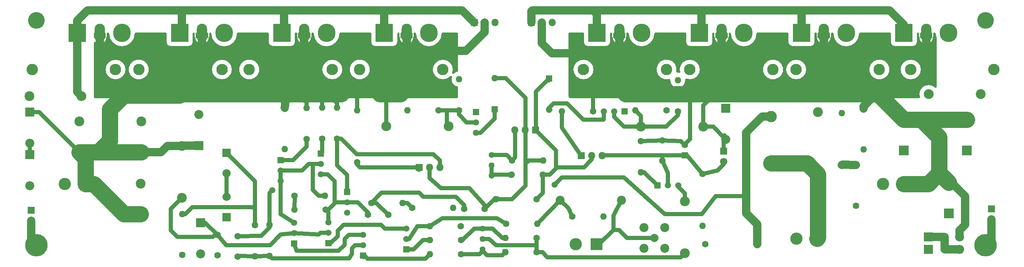
<source format=gbr>
G04 #@! TF.FileFunction,Copper,L2,Bot,Signal*
%FSLAX46Y46*%
G04 Gerber Fmt 4.6, Leading zero omitted, Abs format (unit mm)*
G04 Created by KiCad (PCBNEW 4.0.7) date 10/13/20 15:54:45*
%MOMM*%
%LPD*%
G01*
G04 APERTURE LIST*
%ADD10C,0.100000*%
%ADD11R,2.400000X2.400000*%
%ADD12C,2.400000*%
%ADD13C,2.200000*%
%ADD14C,2.000000*%
%ADD15R,1.600000X1.600000*%
%ADD16C,1.600000*%
%ADD17C,1.520000*%
%ADD18R,1.520000X1.520000*%
%ADD19O,1.600000X1.600000*%
%ADD20R,2.000000X2.000000*%
%ADD21R,2.200000X2.200000*%
%ADD22O,2.200000X2.200000*%
%ADD23R,1.800000X1.800000*%
%ADD24C,1.800000*%
%ADD25C,1.440000*%
%ADD26O,2.400000X2.400000*%
%ADD27R,4.300000X4.500000*%
%ADD28O,2.500000X4.500000*%
%ADD29O,4.300000X4.500000*%
%ADD30C,2.800000*%
%ADD31O,2.800000X2.800000*%
%ADD32R,3.000000X3.000000*%
%ADD33C,3.000000*%
%ADD34C,5.500000*%
%ADD35C,4.064000*%
%ADD36O,1.800000X1.800000*%
%ADD37R,1.700000X1.700000*%
%ADD38O,1.700000X1.700000*%
%ADD39C,1.500000*%
%ADD40C,1.000000*%
%ADD41C,0.500000*%
%ADD42C,2.000000*%
%ADD43C,4.000000*%
G04 APERTURE END LIST*
D10*
D11*
X55600000Y-79250000D03*
D12*
X55600000Y-71750000D03*
D13*
X178460000Y-102790000D03*
X178460000Y-97710000D03*
X183540000Y-97710000D03*
X183540000Y-102790000D03*
D14*
X181000000Y-100250000D03*
D15*
X188500000Y-80000000D03*
D16*
X188500000Y-77500000D03*
D17*
X120400000Y-100460000D03*
X120400000Y-97920000D03*
D18*
X120400000Y-103000000D03*
D17*
X89650000Y-83730000D03*
X89650000Y-86270000D03*
D18*
X89650000Y-81190000D03*
D16*
X184000000Y-69000000D03*
D19*
X176380000Y-69000000D03*
D16*
X133690000Y-97400000D03*
D19*
X126190000Y-97400000D03*
D16*
X93040000Y-89940000D03*
D19*
X100540000Y-89940000D03*
D16*
X74300000Y-104475000D03*
X74300000Y-99475000D03*
X183000000Y-76400000D03*
X183000000Y-81400000D03*
X79200000Y-104800000D03*
X79200000Y-99800000D03*
D20*
X76425000Y-79400000D03*
D14*
X76425000Y-84400000D03*
D20*
X76425000Y-95175000D03*
D14*
X76425000Y-90175000D03*
D16*
X110980000Y-94600000D03*
X115980000Y-94600000D03*
X152250000Y-90750000D03*
D19*
X142250000Y-90750000D03*
D16*
X230300000Y-92400000D03*
D19*
X230300000Y-82400000D03*
D16*
X90700000Y-68450000D03*
D19*
X90700000Y-78450000D03*
D11*
X257400000Y-78800000D03*
D12*
X257400000Y-71300000D03*
D16*
X232200000Y-68600000D03*
D19*
X232200000Y-78600000D03*
D21*
X70125000Y-96500000D03*
D22*
X70125000Y-104120000D03*
D23*
X198000000Y-79000000D03*
D24*
X198000000Y-81540000D03*
D15*
X142000000Y-68750000D03*
D19*
X142000000Y-61130000D03*
D15*
X155250000Y-61250000D03*
D19*
X155250000Y-68870000D03*
D21*
X69675000Y-77600000D03*
D22*
X69675000Y-69980000D03*
D21*
X198500000Y-68500000D03*
D22*
X198500000Y-76120000D03*
D16*
X144750000Y-96750000D03*
D19*
X152370000Y-96750000D03*
D16*
X161000000Y-95000000D03*
D19*
X168620000Y-95000000D03*
D16*
X99800000Y-75950000D03*
D19*
X99800000Y-68330000D03*
D16*
X96000000Y-76000000D03*
D19*
X96000000Y-68380000D03*
D16*
X100700000Y-93320000D03*
D19*
X93080000Y-93320000D03*
D16*
X133750000Y-100750000D03*
D19*
X126130000Y-100750000D03*
D16*
X133750000Y-104250000D03*
D19*
X126130000Y-104250000D03*
D16*
X152250000Y-100250000D03*
D19*
X144630000Y-100250000D03*
D16*
X152250000Y-103750000D03*
D19*
X144630000Y-103750000D03*
D25*
X139000000Y-103000000D03*
X139000000Y-100460000D03*
X139000000Y-97920000D03*
D12*
X188500000Y-91250000D03*
D26*
X188500000Y-103950000D03*
D16*
X177750000Y-76500000D03*
D19*
X177750000Y-84120000D03*
D12*
X65550000Y-90425000D03*
D26*
X65550000Y-77725000D03*
D16*
X87000000Y-97000000D03*
D19*
X87000000Y-104620000D03*
D16*
X83400000Y-97100000D03*
D19*
X83400000Y-104720000D03*
D16*
X192800000Y-84600000D03*
D19*
X192800000Y-97300000D03*
D16*
X103500000Y-75950000D03*
D19*
X103500000Y-68330000D03*
D16*
X146250000Y-81250000D03*
D19*
X153870000Y-81250000D03*
D25*
X141250000Y-85000000D03*
X141250000Y-82460000D03*
X141250000Y-79920000D03*
D16*
X153750000Y-84750000D03*
D19*
X146130000Y-84750000D03*
D16*
X166000000Y-69250000D03*
D19*
X158380000Y-69250000D03*
D16*
X128250000Y-69000000D03*
D19*
X120630000Y-69000000D03*
D12*
X193000000Y-73000000D03*
D26*
X177760000Y-73000000D03*
D16*
X133250000Y-69000000D03*
D19*
X133250000Y-61380000D03*
D16*
X186750000Y-69250000D03*
D19*
X186750000Y-61630000D03*
D12*
X28250000Y-65500000D03*
D26*
X40950000Y-65500000D03*
D12*
X260750000Y-65000000D03*
D26*
X248050000Y-65000000D03*
D16*
X226800000Y-82400000D03*
D19*
X226800000Y-69700000D03*
D27*
X40000000Y-50000000D03*
D28*
X45450000Y-50000000D03*
D29*
X50900000Y-50000000D03*
D27*
X242000000Y-50000000D03*
D28*
X247450000Y-50000000D03*
D29*
X252900000Y-50000000D03*
D27*
X65000000Y-50000000D03*
D28*
X70450000Y-50000000D03*
D29*
X75900000Y-50000000D03*
D27*
X217000000Y-50000000D03*
D28*
X222450000Y-50000000D03*
D29*
X227900000Y-50000000D03*
D27*
X90000000Y-50000000D03*
D28*
X95450000Y-50000000D03*
D29*
X100900000Y-50000000D03*
D27*
X192000000Y-50000000D03*
D28*
X197450000Y-50000000D03*
D29*
X202900000Y-50000000D03*
D27*
X115000000Y-50000000D03*
D28*
X120450000Y-50000000D03*
D29*
X125900000Y-50000000D03*
D27*
X167000000Y-50000000D03*
D28*
X172450000Y-50000000D03*
D29*
X177900000Y-50000000D03*
D30*
X29000000Y-59000000D03*
D31*
X49320000Y-59000000D03*
D30*
X264000000Y-59000000D03*
D31*
X243680000Y-59000000D03*
D30*
X55000000Y-59000000D03*
D31*
X75320000Y-59000000D03*
D30*
X236000000Y-59000000D03*
D31*
X215680000Y-59000000D03*
D30*
X82000000Y-59000000D03*
D31*
X102320000Y-59000000D03*
D30*
X210000000Y-59000000D03*
D31*
X189680000Y-59000000D03*
D30*
X109000000Y-59000000D03*
D31*
X129320000Y-59000000D03*
D30*
X184000000Y-59000000D03*
D31*
X163680000Y-59000000D03*
D32*
X220800000Y-100400000D03*
D33*
X215720000Y-100400000D03*
D32*
X242000000Y-87000000D03*
D33*
X236920000Y-87000000D03*
D32*
X42000000Y-87000000D03*
D33*
X36920000Y-87000000D03*
D34*
X262000000Y-102000000D03*
D35*
X262000000Y-47000000D03*
D34*
X30000000Y-102000000D03*
D35*
X30000000Y-47000000D03*
D32*
X166900000Y-101800000D03*
D33*
X161820000Y-101800000D03*
D11*
X40500000Y-79250000D03*
D12*
X40500000Y-71750000D03*
D11*
X55425000Y-94425000D03*
D12*
X55425000Y-86925000D03*
D11*
X242000000Y-78800000D03*
D12*
X242000000Y-71300000D03*
D11*
X253000000Y-94200000D03*
D12*
X253000000Y-86700000D03*
X130700000Y-72900000D03*
D26*
X115460000Y-72900000D03*
D13*
X158000000Y-91000000D03*
X173000000Y-91000000D03*
D30*
X209600000Y-82000000D03*
X209600000Y-70570000D03*
D12*
X221000000Y-69400000D03*
D26*
X221000000Y-84640000D03*
D17*
X109800000Y-102010000D03*
X109800000Y-99470000D03*
D18*
X109800000Y-104550000D03*
D17*
X99500000Y-82140000D03*
X99500000Y-84680000D03*
D18*
X99500000Y-79600000D03*
D17*
X101350000Y-99010000D03*
X101350000Y-96470000D03*
D18*
X101350000Y-101550000D03*
D17*
X93000000Y-99060000D03*
X93000000Y-96520000D03*
D18*
X93000000Y-101600000D03*
D17*
X184340000Y-87400000D03*
X186880000Y-87400000D03*
D18*
X181800000Y-87400000D03*
D17*
X105890000Y-91530000D03*
X105890000Y-94070000D03*
D18*
X105890000Y-88990000D03*
D17*
X137400000Y-71940000D03*
X137400000Y-74480000D03*
D18*
X137400000Y-69400000D03*
D17*
X171210000Y-69250000D03*
X168670000Y-69250000D03*
D18*
X173750000Y-69250000D03*
D21*
X28400000Y-69400000D03*
D22*
X28400000Y-77020000D03*
D21*
X248000000Y-100000000D03*
D22*
X255620000Y-100000000D03*
D21*
X28400000Y-79800000D03*
D22*
X28400000Y-87420000D03*
D21*
X248000000Y-103000000D03*
D22*
X255620000Y-103000000D03*
D16*
X65625000Y-104400000D03*
D19*
X65625000Y-94400000D03*
D23*
X123500000Y-83000000D03*
D36*
X126040000Y-83000000D03*
X128580000Y-83000000D03*
D23*
X152000000Y-73800000D03*
D36*
X149460000Y-73800000D03*
X146920000Y-73800000D03*
D23*
X163200000Y-80100000D03*
D36*
X165740000Y-80100000D03*
X168280000Y-80100000D03*
D23*
X137000000Y-47500000D03*
D36*
X139540000Y-47500000D03*
X142080000Y-47500000D03*
D23*
X151000000Y-47500000D03*
D36*
X153540000Y-47500000D03*
X156080000Y-47500000D03*
D16*
X193460000Y-101760000D03*
D19*
X206160000Y-101760000D03*
D16*
X108360000Y-81720000D03*
D19*
X108360000Y-69020000D03*
D16*
X134530000Y-93150000D03*
X139530000Y-93150000D03*
X121875000Y-92850000D03*
D19*
X131875000Y-92850000D03*
D16*
X111825000Y-91675000D03*
D19*
X119445000Y-91675000D03*
D37*
X263440000Y-93170000D03*
D38*
X263440000Y-95710000D03*
D37*
X28700000Y-93460000D03*
D38*
X28700000Y-96000000D03*
D39*
X156600000Y-87200000D03*
X87600000Y-88600000D03*
D40*
X161000000Y-95000000D02*
X160000000Y-93000000D01*
X160000000Y-93000000D02*
X158000000Y-91000000D01*
X158000000Y-91000000D02*
X155870000Y-93250000D01*
X155870000Y-93250000D02*
X152370000Y-96750000D01*
D41*
X158000000Y-91000000D02*
X157620000Y-91000000D01*
D40*
X166900000Y-101800000D02*
X167500000Y-101800000D01*
X167500000Y-101800000D02*
X171000000Y-98300000D01*
X171000000Y-98300000D02*
X171000000Y-94750000D01*
X171000000Y-94750000D02*
X173000000Y-91000000D01*
X181000000Y-100250000D02*
X174350000Y-100250000D01*
X172400000Y-98300000D02*
X171000000Y-98300000D01*
X174350000Y-100250000D02*
X172400000Y-98300000D01*
D41*
X161800000Y-101950000D02*
X161800000Y-101200000D01*
D40*
X120400000Y-100460000D02*
X121040000Y-100460000D01*
X123100000Y-97400000D02*
X126190000Y-97400000D01*
X121040000Y-100460000D02*
X123100000Y-97400000D01*
X126190000Y-97400000D02*
X126190000Y-97350000D01*
X126190000Y-97350000D02*
X129170000Y-95460000D01*
X142470000Y-95460000D02*
X144750000Y-96750000D01*
X129170000Y-95460000D02*
X142470000Y-95460000D01*
D41*
X126190000Y-97400000D02*
X126190000Y-96900000D01*
X126190000Y-97400000D02*
X126440000Y-97400000D01*
X144250000Y-96750000D02*
X144750000Y-96750000D01*
D40*
X93080000Y-93320000D02*
X93120000Y-90020000D01*
X93120000Y-90020000D02*
X93040000Y-89940000D01*
D41*
X93000000Y-93240000D02*
X93080000Y-93320000D01*
X93120000Y-90020000D02*
X93040000Y-89940000D01*
D40*
X89650000Y-86270000D02*
X89650000Y-94420000D01*
X89650000Y-94420000D02*
X93000000Y-96520000D01*
X100540000Y-89940000D02*
X98970000Y-89940000D01*
X97540000Y-88510000D02*
X97540000Y-82140000D01*
X98970000Y-89940000D02*
X97540000Y-88510000D01*
X89650000Y-83730000D02*
X89650000Y-86270000D01*
X99500000Y-82140000D02*
X97540000Y-82140000D01*
X97540000Y-82140000D02*
X96560000Y-82140000D01*
X94960000Y-83740000D02*
X89650000Y-83730000D01*
X96560000Y-82140000D02*
X94960000Y-83740000D01*
X70125000Y-96500000D02*
X71175000Y-96500000D01*
X71175000Y-96500000D02*
X74300000Y-99475000D01*
X74300000Y-99475000D02*
X73350000Y-99700000D01*
X62825000Y-93150000D02*
X65550000Y-90425000D01*
X62825000Y-98375000D02*
X62825000Y-93150000D01*
X64425000Y-99975000D02*
X62825000Y-98375000D01*
X73075000Y-99975000D02*
X64425000Y-99975000D01*
X73350000Y-99700000D02*
X73075000Y-99975000D01*
X93000000Y-99060000D02*
X98990000Y-99410000D01*
X99390000Y-99010000D02*
X101350000Y-99010000D01*
X98990000Y-99410000D02*
X99390000Y-99010000D01*
X93000000Y-99060000D02*
X89690000Y-99410000D01*
X76400000Y-102000000D02*
X74300000Y-99475000D01*
X87100000Y-102000000D02*
X76400000Y-102000000D01*
X89690000Y-99410000D02*
X87100000Y-102000000D01*
D41*
X74300000Y-99475000D02*
X74300000Y-99975000D01*
X74300000Y-99475000D02*
X74300000Y-99625000D01*
X74440000Y-99335000D02*
X74300000Y-99475000D01*
X93400000Y-98660000D02*
X93000000Y-99060000D01*
X74590000Y-99185000D02*
X74300000Y-99475000D01*
D40*
X198000000Y-79000000D02*
X198000000Y-76620000D01*
X198000000Y-76620000D02*
X198500000Y-76120000D01*
D42*
X255620000Y-100000000D02*
X255620000Y-98380000D01*
X257000000Y-90000000D02*
X254000000Y-87000000D01*
X257000000Y-97000000D02*
X257000000Y-90000000D01*
X255620000Y-98380000D02*
X257000000Y-97000000D01*
X254000000Y-87000000D02*
X253000000Y-86700000D01*
D43*
X242000000Y-87000000D02*
X248000000Y-87000000D01*
X248000000Y-87000000D02*
X250650000Y-84350000D01*
D42*
X247450000Y-50000000D02*
X247450000Y-54150000D01*
X247450000Y-54150000D02*
X247000000Y-54600000D01*
D40*
X193000000Y-73000000D02*
X193000000Y-67800000D01*
X193000000Y-67800000D02*
X195800000Y-65000000D01*
X193000000Y-73000000D02*
X195380000Y-73000000D01*
X195380000Y-73000000D02*
X198500000Y-76120000D01*
X198500000Y-76120000D02*
X198500000Y-75500000D01*
X198500000Y-75500000D02*
X198100000Y-75100000D01*
X198100000Y-75100000D02*
X198500000Y-76120000D01*
X183000000Y-76400000D02*
X187500000Y-76500000D01*
X187500000Y-76500000D02*
X188500000Y-77500000D01*
X188500000Y-77500000D02*
X188500000Y-77300000D01*
X188500000Y-77300000D02*
X189750000Y-76050000D01*
X189750000Y-76050000D02*
X189750000Y-65000000D01*
X189750000Y-65000000D02*
X189500000Y-65250000D01*
X189500000Y-65250000D02*
X189500000Y-66400000D01*
X189500000Y-66400000D02*
X189500000Y-65000000D01*
X183000000Y-76400000D02*
X177750000Y-76500000D01*
X166000000Y-69250000D02*
X166000000Y-65400000D01*
X166000000Y-65400000D02*
X166200000Y-65200000D01*
D42*
X232200000Y-68600000D02*
X232200000Y-68000000D01*
X232200000Y-68000000D02*
X235200000Y-65000000D01*
D43*
X242000000Y-71300000D02*
X246300000Y-71300000D01*
X250600000Y-84300000D02*
X250650000Y-84350000D01*
X250650000Y-84350000D02*
X253000000Y-86700000D01*
X250600000Y-75600000D02*
X250600000Y-84300000D01*
X246300000Y-71300000D02*
X250600000Y-75600000D01*
X242000000Y-71300000D02*
X257400000Y-71300000D01*
X224000000Y-65000000D02*
X235200000Y-65000000D01*
X235200000Y-65000000D02*
X235700000Y-65000000D01*
X235700000Y-65000000D02*
X242000000Y-71300000D01*
D41*
X188500000Y-77500000D02*
X188500000Y-77000000D01*
X166000000Y-69250000D02*
X166000000Y-68500000D01*
X188000000Y-77000000D02*
X188500000Y-77500000D01*
X183000000Y-76400000D02*
X183000000Y-75900000D01*
D42*
X172450000Y-50000000D02*
X172450000Y-63450000D01*
X172450000Y-63450000D02*
X173750000Y-64750000D01*
X173750000Y-64750000D02*
X174000000Y-65000000D01*
X153540000Y-47500000D02*
X153540000Y-52540000D01*
X156000000Y-55000000D02*
X172450000Y-55000000D01*
X153540000Y-52540000D02*
X156000000Y-55000000D01*
D41*
X174000000Y-65000000D02*
X173500000Y-65000000D01*
X173500000Y-65000000D02*
X173250000Y-65250000D01*
X173250000Y-65250000D02*
X173250000Y-64250000D01*
D42*
X173250000Y-64250000D02*
X174000000Y-65000000D01*
X222450000Y-50000000D02*
X222450000Y-63450000D01*
X222450000Y-63450000D02*
X224000000Y-65000000D01*
X197450000Y-50000000D02*
X197450000Y-58450000D01*
X197450000Y-58450000D02*
X204000000Y-65000000D01*
X172450000Y-50000000D02*
X172450000Y-55000000D01*
D43*
X174000000Y-65000000D02*
X176000000Y-65000000D01*
X184000000Y-65000000D02*
X189500000Y-65000000D01*
X189500000Y-65000000D02*
X189750000Y-65000000D01*
X176000000Y-65000000D02*
X184000000Y-65000000D01*
X189750000Y-65000000D02*
X195800000Y-65000000D01*
X195800000Y-65000000D02*
X196000000Y-65000000D01*
X200000000Y-65000000D02*
X204000000Y-65000000D01*
X196000000Y-65000000D02*
X200000000Y-65000000D01*
X204000000Y-65000000D02*
X207000000Y-65000000D01*
X224000000Y-65000000D02*
X222000000Y-65000000D01*
X222000000Y-65000000D02*
X207000000Y-65000000D01*
D40*
X109800000Y-102010000D02*
X107890000Y-102010000D01*
X106400000Y-105200000D02*
X87580000Y-105200000D01*
X107100000Y-104100000D02*
X106400000Y-105200000D01*
X107100000Y-102800000D02*
X107100000Y-104100000D01*
X107890000Y-102010000D02*
X107100000Y-102800000D01*
X87580000Y-105200000D02*
X87000000Y-104620000D01*
X87000000Y-104620000D02*
X83400000Y-104720000D01*
X83400000Y-104720000D02*
X79330000Y-104670000D01*
X79330000Y-104670000D02*
X79200000Y-104800000D01*
D41*
X83270000Y-104850000D02*
X83400000Y-104720000D01*
X79370000Y-104970000D02*
X79200000Y-104800000D01*
X79280000Y-104720000D02*
X79200000Y-104800000D01*
X83550000Y-104870000D02*
X83400000Y-104720000D01*
X109800000Y-102010000D02*
X109340000Y-102010000D01*
D43*
X221000000Y-84640000D02*
X221000000Y-100200000D01*
X221000000Y-100200000D02*
X220800000Y-100400000D01*
X209600000Y-82000000D02*
X211400000Y-82000000D01*
X211400000Y-82000000D02*
X218360000Y-82000000D01*
X218360000Y-82000000D02*
X221000000Y-84640000D01*
D40*
X76425000Y-84400000D02*
X76425000Y-90175000D01*
X105890000Y-91530000D02*
X108550000Y-91530000D01*
X108550000Y-91530000D02*
X110980000Y-93960000D01*
X110980000Y-93960000D02*
X110980000Y-94600000D01*
X99500000Y-84680000D02*
X101220000Y-84680000D01*
X102900000Y-86360000D02*
X102900000Y-91790000D01*
X101220000Y-84680000D02*
X102900000Y-86360000D01*
X100700000Y-93320000D02*
X101370000Y-93320000D01*
X101370000Y-93320000D02*
X102900000Y-91790000D01*
X102900000Y-91790000D02*
X103160000Y-91530000D01*
X103160000Y-91530000D02*
X105890000Y-91530000D01*
X101350000Y-96470000D02*
X101350000Y-93970000D01*
X101350000Y-93970000D02*
X100700000Y-93320000D01*
D41*
X105730000Y-91340000D02*
X105940000Y-91550000D01*
X106080000Y-91690000D02*
X105940000Y-91550000D01*
X100850000Y-93470000D02*
X100700000Y-93320000D01*
D40*
X126040000Y-83000000D02*
X126040000Y-85620000D01*
X139530000Y-92210000D02*
X139530000Y-93150000D01*
X135795000Y-88075000D02*
X139530000Y-92210000D01*
X128895000Y-88075000D02*
X135795000Y-88075000D01*
X126040000Y-85620000D02*
X128895000Y-88075000D01*
X142250000Y-90750000D02*
X141930000Y-90750000D01*
X141930000Y-90750000D02*
X139530000Y-93150000D01*
X142000000Y-61130000D02*
X144730000Y-61130000D01*
X149540000Y-65940000D02*
X149540000Y-73500000D01*
X144730000Y-61130000D02*
X149540000Y-65940000D01*
X153870000Y-81250000D02*
X150350000Y-81250000D01*
X150350000Y-81250000D02*
X149540000Y-82060000D01*
X149540000Y-73500000D02*
X149540000Y-82060000D01*
X149540000Y-82060000D02*
X149540000Y-87460000D01*
X146250000Y-90750000D02*
X142250000Y-90750000D01*
X149540000Y-87460000D02*
X146250000Y-90750000D01*
D41*
X142750000Y-90250000D02*
X142250000Y-90750000D01*
X142130000Y-90870000D02*
X142250000Y-90750000D01*
X142000000Y-61130000D02*
X142000000Y-61500000D01*
X142080000Y-61050000D02*
X142000000Y-61130000D01*
D40*
X165740000Y-80100000D02*
X165740000Y-81060000D01*
X163800000Y-83000000D02*
X157000000Y-83000000D01*
X165740000Y-81060000D02*
X163800000Y-83000000D01*
X153750000Y-84750000D02*
X155450000Y-84750000D01*
X157000000Y-78800000D02*
X152000000Y-73800000D01*
X157000000Y-83200000D02*
X157000000Y-83000000D01*
X157000000Y-83000000D02*
X157000000Y-78800000D01*
X155450000Y-84750000D02*
X157000000Y-83200000D01*
X152080000Y-64420000D02*
X155250000Y-61250000D01*
X153750000Y-84750000D02*
X153750000Y-89250000D01*
X153750000Y-89250000D02*
X152250000Y-90750000D01*
D41*
X153750000Y-84750000D02*
X153750000Y-85500000D01*
X165560000Y-80740000D02*
X165560000Y-79950000D01*
X155250000Y-62000000D02*
X155250000Y-61250000D01*
X155080000Y-61080000D02*
X155250000Y-61250000D01*
D40*
X152080000Y-73500000D02*
X152080000Y-73980000D01*
X152080000Y-73500000D02*
X152080000Y-64420000D01*
D41*
X152600000Y-74020000D02*
X152080000Y-73500000D01*
D40*
X28400000Y-69400000D02*
X30650000Y-69400000D01*
X30650000Y-69400000D02*
X40500000Y-79250000D01*
D43*
X42000000Y-87000000D02*
X44000000Y-87000000D01*
X51425000Y-94425000D02*
X55425000Y-94425000D01*
X44000000Y-87000000D02*
X51425000Y-94425000D01*
D42*
X42000000Y-87000000D02*
X43000000Y-87000000D01*
D43*
X42000000Y-87000000D02*
X42000000Y-80750000D01*
X42000000Y-80750000D02*
X40500000Y-79250000D01*
D42*
X69675000Y-77600000D02*
X65650000Y-77625000D01*
X65650000Y-77625000D02*
X65550000Y-77725000D01*
X55600000Y-79250000D02*
X60450000Y-79250000D01*
X61975000Y-77725000D02*
X65550000Y-77725000D01*
X60450000Y-79250000D02*
X61975000Y-77725000D01*
D43*
X44375000Y-79250000D02*
X48000000Y-79250000D01*
X48000000Y-79250000D02*
X55600000Y-79250000D01*
X40500000Y-79250000D02*
X44375000Y-79250000D01*
X44375000Y-79250000D02*
X45100000Y-79250000D01*
X47900000Y-68775000D02*
X51350676Y-65324324D01*
X47900000Y-76450000D02*
X47900000Y-68775000D01*
X45100000Y-79250000D02*
X47900000Y-76450000D01*
D40*
X108360000Y-69020000D02*
X108360000Y-65260000D01*
X108360000Y-65260000D02*
X109580000Y-64040000D01*
D42*
X139540000Y-47500000D02*
X139540000Y-49860000D01*
X120600000Y-53900000D02*
X120450000Y-53900000D01*
X120600000Y-54250000D02*
X120600000Y-53900000D01*
X120450000Y-54400000D02*
X120600000Y-54250000D01*
X135000000Y-54400000D02*
X120450000Y-54400000D01*
X139540000Y-49860000D02*
X135000000Y-54400000D01*
D40*
X96000000Y-68380000D02*
X96000000Y-65000000D01*
X96000000Y-65000000D02*
X95800000Y-65200000D01*
X95800000Y-65200000D02*
X95800000Y-65900000D01*
X95800000Y-65900000D02*
X95800000Y-65200000D01*
D43*
X97000000Y-64000000D02*
X95800000Y-65200000D01*
X95800000Y-65200000D02*
X96000000Y-65000000D01*
X97000000Y-65000000D02*
X99000000Y-65000000D01*
X97000000Y-64000000D02*
X97000000Y-65000000D01*
D40*
X99800000Y-68330000D02*
X99800000Y-65800000D01*
X99800000Y-65800000D02*
X99000000Y-65000000D01*
X103500000Y-68330000D02*
X103500000Y-67200000D01*
X103500000Y-67200000D02*
X101300000Y-65000000D01*
X115460000Y-72900000D02*
X115460000Y-66460000D01*
D42*
X90700000Y-68450000D02*
X91000000Y-65000000D01*
D41*
X96000000Y-65000000D02*
X96250000Y-65250000D01*
X96250000Y-65250000D02*
X96250000Y-65450000D01*
X96250000Y-65450000D02*
X96250000Y-65250000D01*
D43*
X64945946Y-65324324D02*
X59925676Y-65324324D01*
X59925676Y-65324324D02*
X57275676Y-65324324D01*
X57275676Y-65324324D02*
X51350676Y-65324324D01*
X51350676Y-65324324D02*
X49675676Y-65324324D01*
X49675676Y-65324324D02*
X50324324Y-65324324D01*
X50324324Y-65324324D02*
X50000000Y-65000000D01*
D41*
X104500000Y-65000000D02*
X104500000Y-65500000D01*
X104500000Y-65500000D02*
X104500000Y-65000000D01*
X99000000Y-65000000D02*
X99000000Y-65500000D01*
X99000000Y-65500000D02*
X99000000Y-65000000D01*
D42*
X45450000Y-50000000D02*
X45450000Y-63200000D01*
X45450000Y-63200000D02*
X47250000Y-65000000D01*
X47250000Y-65000000D02*
X50000000Y-65000000D01*
X91000000Y-65000000D02*
X91000000Y-66000000D01*
X91000000Y-66000000D02*
X91000000Y-65000000D01*
D43*
X64945946Y-65324324D02*
X65000000Y-65000000D01*
D42*
X95450000Y-64450000D02*
X96250000Y-65250000D01*
X96250000Y-65250000D02*
X96000000Y-65000000D01*
D43*
X96000000Y-65000000D02*
X91000000Y-65000000D01*
X91000000Y-65000000D02*
X85750000Y-65000000D01*
X85750000Y-65000000D02*
X81000000Y-65000000D01*
X81000000Y-65000000D02*
X75950000Y-65000000D01*
X75950000Y-65000000D02*
X70000000Y-65000000D01*
X70000000Y-65000000D02*
X65000000Y-65000000D01*
X99000000Y-65000000D02*
X101300000Y-65000000D01*
X101300000Y-65000000D02*
X104500000Y-65000000D01*
D42*
X120450000Y-60000000D02*
X120450000Y-60550000D01*
X120450000Y-60550000D02*
X118250000Y-62750000D01*
X70450000Y-65000000D02*
X70000000Y-65450000D01*
X120450000Y-50000000D02*
X120450000Y-53900000D01*
X120450000Y-53900000D02*
X120450000Y-55000000D01*
X120450000Y-55000000D02*
X120450000Y-55250000D01*
X120450000Y-55250000D02*
X120450000Y-60000000D01*
X95450000Y-50000000D02*
X95450000Y-64450000D01*
X70450000Y-50000000D02*
X70450000Y-65000000D01*
D40*
X115460000Y-66460000D02*
X114075000Y-65075000D01*
X114075000Y-65075000D02*
X114000000Y-65000000D01*
D43*
X114000000Y-65000000D02*
X116000000Y-65000000D01*
D42*
X118250000Y-62750000D02*
X116000000Y-65000000D01*
D43*
X116000000Y-65000000D02*
X119000000Y-65000000D01*
D40*
X142000000Y-68750000D02*
X142000000Y-71000000D01*
X138520000Y-74480000D02*
X137400000Y-74480000D01*
X142000000Y-71000000D02*
X138520000Y-74480000D01*
X155250000Y-68870000D02*
X155250000Y-68450000D01*
X155250000Y-68450000D02*
X156400000Y-67300000D01*
X168670000Y-71230000D02*
X168670000Y-69250000D01*
X168600000Y-71300000D02*
X168670000Y-71230000D01*
X163700000Y-71300000D02*
X168600000Y-71300000D01*
X159700000Y-67300000D02*
X163700000Y-71300000D01*
X156400000Y-67300000D02*
X159700000Y-67300000D01*
D41*
X168670000Y-69250000D02*
X168670000Y-69330000D01*
X155250000Y-68870000D02*
X155880000Y-68870000D01*
X155380000Y-69000000D02*
X155250000Y-68870000D01*
X155480000Y-69100000D02*
X155250000Y-68870000D01*
D40*
X101350000Y-101550000D02*
X101850000Y-101550000D01*
X101850000Y-101550000D02*
X103600000Y-99800000D01*
X115120000Y-97920000D02*
X120400000Y-97920000D01*
X114200000Y-97000000D02*
X115120000Y-97920000D01*
X105100000Y-97000000D02*
X114200000Y-97000000D01*
X103600000Y-98500000D02*
X105100000Y-97000000D01*
X103600000Y-99800000D02*
X103600000Y-98500000D01*
D41*
X101350000Y-101550000D02*
X101950000Y-101550000D01*
X101350000Y-101550000D02*
X101350000Y-101400000D01*
D40*
X120400000Y-103000000D02*
X122200000Y-103000000D01*
X124450000Y-100750000D02*
X126130000Y-100750000D01*
X122200000Y-103000000D02*
X124450000Y-100750000D01*
X109800000Y-99470000D02*
X106330000Y-99470000D01*
X93550000Y-103400000D02*
X93000000Y-101600000D01*
X103800000Y-103400000D02*
X93550000Y-103400000D01*
X105300000Y-101900000D02*
X103800000Y-103400000D01*
X105300000Y-100500000D02*
X105300000Y-101900000D01*
X106330000Y-99470000D02*
X105300000Y-100500000D01*
X109800000Y-104550000D02*
X110150000Y-104550000D01*
X110150000Y-104550000D02*
X110900000Y-105300000D01*
X110900000Y-105300000D02*
X125080000Y-105300000D01*
X125080000Y-105300000D02*
X126130000Y-104250000D01*
D41*
X109950000Y-105200000D02*
X109800000Y-105050000D01*
X110160000Y-104190000D02*
X109800000Y-105050000D01*
X125790000Y-104590000D02*
X126130000Y-104250000D01*
D40*
X186880000Y-87400000D02*
X186880000Y-87680000D01*
X186880000Y-87680000D02*
X188500000Y-89300000D01*
X188500000Y-89300000D02*
X188500000Y-91250000D01*
D41*
X187830000Y-90580000D02*
X188500000Y-91250000D01*
D40*
X177750000Y-84120000D02*
X178520000Y-84120000D01*
X178520000Y-84120000D02*
X181800000Y-87400000D01*
X177750000Y-84120000D02*
X177750000Y-84150000D01*
D41*
X177750000Y-84120000D02*
X177750000Y-84750000D01*
D40*
X105890000Y-88990000D02*
X105890000Y-84820000D01*
X103500000Y-82430000D02*
X103500000Y-75950000D01*
X105890000Y-84820000D02*
X103500000Y-82430000D01*
X105890000Y-88990000D02*
X105890000Y-88230000D01*
X103500000Y-75950000D02*
X104510000Y-75950000D01*
X104510000Y-75950000D02*
X108300000Y-79740000D01*
X108300000Y-79740000D02*
X127010000Y-79740000D01*
X127010000Y-79740000D02*
X128580000Y-81310000D01*
X128580000Y-81310000D02*
X128580000Y-83000000D01*
D41*
X103500000Y-75950000D02*
X103900000Y-75950000D01*
D40*
X108360000Y-81720000D02*
X108360000Y-82260000D01*
X108360000Y-82260000D02*
X109100000Y-83000000D01*
X109100000Y-83000000D02*
X123500000Y-83000000D01*
X108360000Y-81720000D02*
X108370000Y-81720000D01*
X123470000Y-82800000D02*
X123470000Y-83530000D01*
X133250000Y-69000000D02*
X133250000Y-70050000D01*
X135140000Y-71940000D02*
X137400000Y-71940000D01*
X133250000Y-70050000D02*
X135140000Y-71940000D01*
X130300000Y-69000000D02*
X130300000Y-72500000D01*
X130300000Y-72500000D02*
X130700000Y-72900000D01*
X133250000Y-69000000D02*
X130300000Y-69000000D01*
X130300000Y-69000000D02*
X128250000Y-69000000D01*
D41*
X130400000Y-72600000D02*
X130700000Y-72900000D01*
D40*
X186750000Y-69250000D02*
X186750000Y-70150000D01*
X183900000Y-73000000D02*
X177760000Y-73000000D01*
X186750000Y-70150000D02*
X183900000Y-73000000D01*
X177760000Y-73000000D02*
X177760000Y-70380000D01*
X177760000Y-70380000D02*
X176380000Y-69000000D01*
X171210000Y-69250000D02*
X171210000Y-70610000D01*
X173600000Y-73000000D02*
X177760000Y-73000000D01*
X171210000Y-70610000D02*
X173600000Y-73000000D01*
X139000000Y-97920000D02*
X141520000Y-97920000D01*
X141520000Y-97920000D02*
X143850000Y-100250000D01*
X143850000Y-100250000D02*
X144630000Y-100250000D01*
X133750000Y-100750000D02*
X134150000Y-100750000D01*
X134150000Y-100750000D02*
X136980000Y-97920000D01*
X136980000Y-97920000D02*
X139000000Y-97920000D01*
D41*
X133750000Y-100750000D02*
X134000000Y-100750000D01*
X138920000Y-98000000D02*
X139000000Y-97920000D01*
D40*
X139000000Y-103000000D02*
X139000000Y-103400000D01*
X139000000Y-103400000D02*
X140100000Y-104500000D01*
X143880000Y-104500000D02*
X144630000Y-103750000D01*
X140100000Y-104500000D02*
X143880000Y-104500000D01*
X139000000Y-103000000D02*
X139000000Y-103500000D01*
X139000000Y-103500000D02*
X138250000Y-104250000D01*
X138250000Y-104250000D02*
X133750000Y-104250000D01*
D41*
X139000000Y-103000000D02*
X139000000Y-103150000D01*
X139000000Y-103150000D02*
X139350000Y-103500000D01*
X139000000Y-103000000D02*
X138900000Y-103000000D01*
X144130000Y-103250000D02*
X144630000Y-103750000D01*
X139000000Y-103000000D02*
X138875000Y-103000000D01*
D40*
X152250000Y-103750000D02*
X153650000Y-103750000D01*
X187450000Y-105000000D02*
X188500000Y-103950000D01*
X154900000Y-105000000D02*
X187450000Y-105000000D01*
X153650000Y-103750000D02*
X154900000Y-105000000D01*
X152250000Y-102000000D02*
X142300000Y-102000000D01*
X140660000Y-100460000D02*
X139000000Y-100460000D01*
X142300000Y-102000000D02*
X140660000Y-100460000D01*
X152250000Y-100250000D02*
X152250000Y-102000000D01*
X152250000Y-102000000D02*
X152250000Y-103750000D01*
D41*
X188500000Y-103950000D02*
X187550000Y-103950000D01*
X152250000Y-103750000D02*
X152500000Y-103750000D01*
D40*
X141250000Y-82460000D02*
X141250000Y-85000000D01*
X146130000Y-84750000D02*
X141500000Y-84750000D01*
X141500000Y-84750000D02*
X141250000Y-85000000D01*
D41*
X141500000Y-84750000D02*
X141250000Y-85000000D01*
X141250000Y-85000000D02*
X141250000Y-85500000D01*
X141250000Y-85000000D02*
X141500000Y-85000000D01*
X145630000Y-85250000D02*
X146130000Y-84750000D01*
D42*
X230300000Y-82400000D02*
X226900000Y-82300000D01*
X226900000Y-82300000D02*
X226800000Y-82400000D01*
D40*
X99800000Y-75950000D02*
X99800000Y-79300000D01*
X99800000Y-79300000D02*
X99500000Y-79600000D01*
D41*
X99800000Y-79300000D02*
X99500000Y-79600000D01*
X99800000Y-75950000D02*
X100100000Y-75950000D01*
D40*
X96000000Y-76000000D02*
X96000000Y-77900000D01*
X92700000Y-81200000D02*
X89650000Y-81190000D01*
X96000000Y-77900000D02*
X92700000Y-81200000D01*
X28400000Y-77020000D02*
X28400000Y-79800000D01*
D42*
X255620000Y-103000000D02*
X252000000Y-103000000D01*
X252000000Y-100000000D02*
X248000000Y-100000000D01*
X252000000Y-103000000D02*
X252000000Y-100000000D01*
D40*
X188500000Y-80000000D02*
X189000000Y-80000000D01*
X189000000Y-80000000D02*
X192800000Y-84600000D01*
X183200000Y-80000000D02*
X168380000Y-80000000D01*
X168380000Y-80000000D02*
X168280000Y-80100000D01*
X198000000Y-81540000D02*
X198000000Y-82200000D01*
X198000000Y-82200000D02*
X196450000Y-83750000D01*
X196450000Y-83750000D02*
X192800000Y-84600000D01*
X184340000Y-87400000D02*
X184340000Y-84340000D01*
X184340000Y-84340000D02*
X183000000Y-81400000D01*
X188500000Y-80000000D02*
X188800000Y-80000000D01*
X188500000Y-80000000D02*
X183200000Y-80000000D01*
X183200000Y-80000000D02*
X183000000Y-80000000D01*
X183000000Y-80000000D02*
X183000000Y-81400000D01*
D41*
X188500000Y-80000000D02*
X188500000Y-80250000D01*
X183000000Y-81400000D02*
X183250000Y-81400000D01*
X188500000Y-80000000D02*
X188000000Y-80000000D01*
D40*
X168100000Y-79950000D02*
X168100000Y-80400000D01*
D41*
X168100000Y-79950000D02*
X168100000Y-80450000D01*
D40*
X65625000Y-94400000D02*
X66400000Y-94400000D01*
X66400000Y-94400000D02*
X68100000Y-92700000D01*
X68100000Y-92700000D02*
X82925000Y-92700000D01*
X82925000Y-92700000D02*
X83400000Y-93175000D01*
X83400000Y-97100000D02*
X83400000Y-93175000D01*
X83400000Y-93175000D02*
X83400000Y-86375000D01*
X83400000Y-86375000D02*
X76425000Y-79400000D01*
X87000000Y-97000000D02*
X87000000Y-89200000D01*
X195980000Y-90020000D02*
X203490000Y-90020000D01*
X192600000Y-94400000D02*
X195980000Y-90020000D01*
X183600000Y-94400000D02*
X192600000Y-94400000D01*
X173600000Y-85400000D02*
X183600000Y-94400000D01*
X158400000Y-85400000D02*
X173600000Y-85400000D01*
X156600000Y-87200000D02*
X158400000Y-85400000D01*
X87000000Y-89200000D02*
X87600000Y-88600000D01*
D42*
X209600000Y-70570000D02*
X207330000Y-70570000D01*
X206160000Y-96900000D02*
X206160000Y-101760000D01*
X203490000Y-94230000D02*
X206160000Y-96900000D01*
X203490000Y-74410000D02*
X203490000Y-90020000D01*
X203490000Y-90020000D02*
X203490000Y-94230000D01*
X207330000Y-70570000D02*
X203490000Y-74410000D01*
D40*
X87000000Y-97700000D02*
X84950000Y-99750000D01*
X84950000Y-99750000D02*
X79200000Y-99800000D01*
D41*
X163250000Y-59430000D02*
X163680000Y-59000000D01*
D40*
X147000000Y-73500000D02*
X147000000Y-80500000D01*
X141250000Y-79920000D02*
X144920000Y-79920000D01*
X144920000Y-79920000D02*
X146250000Y-81250000D01*
X147000000Y-80500000D02*
X146250000Y-81250000D01*
D41*
X146250000Y-81250000D02*
X146250000Y-80750000D01*
X141250000Y-79920000D02*
X141670000Y-79670000D01*
D40*
X158380000Y-73210000D02*
X163020000Y-79950000D01*
D41*
X163020000Y-79950000D02*
X163020000Y-80030000D01*
D40*
X158380000Y-69250000D02*
X158380000Y-73210000D01*
D42*
X115500000Y-44500000D02*
X134000000Y-44500000D01*
X134000000Y-44500000D02*
X137000000Y-47500000D01*
X65500000Y-44500000D02*
X65500000Y-49500000D01*
X65500000Y-49500000D02*
X65000000Y-50000000D01*
X90500000Y-44500000D02*
X90500000Y-49500000D01*
X90500000Y-49500000D02*
X90000000Y-50000000D01*
X115000000Y-50000000D02*
X115000000Y-45000000D01*
X115000000Y-45000000D02*
X115500000Y-44500000D01*
X40000000Y-50000000D02*
X40000000Y-47000000D01*
X40000000Y-47000000D02*
X42500000Y-44500000D01*
X42500000Y-44500000D02*
X65500000Y-44500000D01*
X65500000Y-44500000D02*
X90500000Y-44500000D01*
X90500000Y-44500000D02*
X115500000Y-44500000D01*
X40000000Y-50000000D02*
X40000000Y-64550000D01*
X40000000Y-64550000D02*
X40950000Y-65500000D01*
X40950000Y-65450000D02*
X40950000Y-65500000D01*
X151000000Y-47500000D02*
X151000000Y-44700000D01*
X151200000Y-44500000D02*
X167000000Y-44500000D01*
X151000000Y-44700000D02*
X151200000Y-44500000D01*
X167000000Y-50000000D02*
X167000000Y-44500000D01*
X166500000Y-45000000D02*
X166500000Y-44500000D01*
X168000000Y-44500000D02*
X192500000Y-44500000D01*
X166500000Y-44500000D02*
X168000000Y-44500000D01*
X167000000Y-44500000D02*
X166500000Y-45000000D01*
X168000000Y-49000000D02*
X167000000Y-50000000D01*
X192500000Y-44500000D02*
X192500000Y-49500000D01*
X192500000Y-49500000D02*
X192000000Y-50000000D01*
X217000000Y-50000000D02*
X217000000Y-44500000D01*
X217000000Y-44500000D02*
X217000000Y-45000000D01*
X217000000Y-45000000D02*
X217000000Y-44500000D01*
X192500000Y-44500000D02*
X217000000Y-44500000D01*
X217000000Y-44500000D02*
X238500000Y-44500000D01*
X238500000Y-44500000D02*
X242000000Y-48000000D01*
X242000000Y-48000000D02*
X242000000Y-50000000D01*
D40*
X134530000Y-93150000D02*
X134530000Y-92180000D01*
X114350000Y-89150000D02*
X111825000Y-91675000D01*
X123500000Y-89150000D02*
X114350000Y-89150000D01*
X124525000Y-90175000D02*
X123500000Y-89150000D01*
X132525000Y-90175000D02*
X124525000Y-90175000D01*
X134530000Y-92180000D02*
X132525000Y-90175000D01*
X111825000Y-91675000D02*
X113055000Y-91675000D01*
X113055000Y-91675000D02*
X115980000Y-94600000D01*
X119445000Y-91675000D02*
X120700000Y-91675000D01*
X120700000Y-91675000D02*
X121875000Y-92850000D01*
D42*
X263440000Y-95710000D02*
X263440000Y-100560000D01*
X263440000Y-100560000D02*
X262000000Y-102000000D01*
D40*
X263400000Y-100600000D02*
X262000000Y-102000000D01*
D42*
X28700000Y-96000000D02*
X28700000Y-100700000D01*
X28700000Y-100700000D02*
X30000000Y-102000000D01*
D41*
G36*
X163575512Y-52250000D02*
X163662673Y-52713222D01*
X163936437Y-53138663D01*
X164354153Y-53424076D01*
X164850000Y-53524488D01*
X169150000Y-53524488D01*
X169613222Y-53437327D01*
X170038663Y-53163563D01*
X170324076Y-52745847D01*
X170424488Y-52250000D01*
X170424488Y-50250000D01*
X170442000Y-50250000D01*
X170442000Y-51250002D01*
X170607522Y-51250002D01*
X170521161Y-51432056D01*
X170833326Y-52137302D01*
X171391615Y-52669404D01*
X171534178Y-52786990D01*
X171825000Y-52707723D01*
X171825000Y-51125000D01*
X171200000Y-51125000D01*
X171200000Y-50250000D01*
X173700000Y-50250000D01*
X173700000Y-51125000D01*
X173075000Y-51125000D01*
X173075000Y-52707723D01*
X173365822Y-52786990D01*
X173508385Y-52669404D01*
X174066674Y-52137302D01*
X174378839Y-51432056D01*
X174292478Y-51250002D01*
X174458000Y-51250002D01*
X174458000Y-50250000D01*
X174516198Y-50250000D01*
X174758810Y-51469693D01*
X175495837Y-52572732D01*
X176598876Y-53309759D01*
X177900000Y-53568569D01*
X179201124Y-53309759D01*
X180304163Y-52572732D01*
X181041190Y-51469693D01*
X181283802Y-50250000D01*
X188575512Y-50250000D01*
X188575512Y-52250000D01*
X188662673Y-52713222D01*
X188936437Y-53138663D01*
X189354153Y-53424076D01*
X189850000Y-53524488D01*
X194150000Y-53524488D01*
X194613222Y-53437327D01*
X195038663Y-53163563D01*
X195324076Y-52745847D01*
X195424488Y-52250000D01*
X195424488Y-50250000D01*
X195442000Y-50250000D01*
X195442000Y-51250002D01*
X195607522Y-51250002D01*
X195521161Y-51432056D01*
X195833326Y-52137302D01*
X196391615Y-52669404D01*
X196534178Y-52786990D01*
X196825000Y-52707723D01*
X196825000Y-51125000D01*
X196200000Y-51125000D01*
X196200000Y-50250000D01*
X198700000Y-50250000D01*
X198700000Y-51125000D01*
X198075000Y-51125000D01*
X198075000Y-52707723D01*
X198365822Y-52786990D01*
X198508385Y-52669404D01*
X199066674Y-52137302D01*
X199378839Y-51432056D01*
X199292478Y-51250002D01*
X199458000Y-51250002D01*
X199458000Y-50250000D01*
X199516198Y-50250000D01*
X199758810Y-51469693D01*
X200495837Y-52572732D01*
X201598876Y-53309759D01*
X202900000Y-53568569D01*
X204201124Y-53309759D01*
X205304163Y-52572732D01*
X206041190Y-51469693D01*
X206283802Y-50250000D01*
X213575512Y-50250000D01*
X213575512Y-52250000D01*
X213662673Y-52713222D01*
X213936437Y-53138663D01*
X214354153Y-53424076D01*
X214850000Y-53524488D01*
X219150000Y-53524488D01*
X219613222Y-53437327D01*
X220038663Y-53163563D01*
X220324076Y-52745847D01*
X220424488Y-52250000D01*
X220424488Y-50250000D01*
X220442000Y-50250000D01*
X220442000Y-51250002D01*
X220607522Y-51250002D01*
X220521161Y-51432056D01*
X220833326Y-52137302D01*
X221391615Y-52669404D01*
X221534178Y-52786990D01*
X221825000Y-52707723D01*
X221825000Y-51125000D01*
X221200000Y-51125000D01*
X221200000Y-50250000D01*
X223700000Y-50250000D01*
X223700000Y-51125000D01*
X223075000Y-51125000D01*
X223075000Y-52707723D01*
X223365822Y-52786990D01*
X223508385Y-52669404D01*
X224066674Y-52137302D01*
X224378839Y-51432056D01*
X224292478Y-51250002D01*
X224458000Y-51250002D01*
X224458000Y-50250000D01*
X224516198Y-50250000D01*
X224758810Y-51469693D01*
X225495837Y-52572732D01*
X226598876Y-53309759D01*
X227900000Y-53568569D01*
X229201124Y-53309759D01*
X230304163Y-52572732D01*
X231041190Y-51469693D01*
X231283802Y-50250000D01*
X238575512Y-50250000D01*
X238575512Y-52250000D01*
X238662673Y-52713222D01*
X238936437Y-53138663D01*
X239354153Y-53424076D01*
X239850000Y-53524488D01*
X244150000Y-53524488D01*
X244613222Y-53437327D01*
X245038663Y-53163563D01*
X245324076Y-52745847D01*
X245424488Y-52250000D01*
X245424488Y-50250000D01*
X245442000Y-50250000D01*
X245442000Y-51250002D01*
X245607522Y-51250002D01*
X245521161Y-51432056D01*
X245833326Y-52137302D01*
X246391615Y-52669404D01*
X246534178Y-52786990D01*
X246825000Y-52707723D01*
X246825000Y-51125000D01*
X246200000Y-51125000D01*
X246200000Y-50250000D01*
X248700000Y-50250000D01*
X248700000Y-51125000D01*
X248075000Y-51125000D01*
X248075000Y-52707723D01*
X248365822Y-52786990D01*
X248508385Y-52669404D01*
X249066674Y-52137302D01*
X249378839Y-51432056D01*
X249292478Y-51250002D01*
X249458000Y-51250002D01*
X249458000Y-50250000D01*
X249516198Y-50250000D01*
X249750000Y-51425402D01*
X249750000Y-63213860D01*
X249035572Y-62736495D01*
X248097998Y-62550000D01*
X248002002Y-62550000D01*
X247064428Y-62736495D01*
X246269590Y-63267588D01*
X245738497Y-64062426D01*
X245552002Y-65000000D01*
X245701186Y-65750000D01*
X160469653Y-65750000D01*
X160369696Y-65683211D01*
X160250000Y-65659402D01*
X160250000Y-59000000D01*
X160978083Y-59000000D01*
X161179802Y-60014111D01*
X161754250Y-60873833D01*
X162613972Y-61448281D01*
X163628083Y-61650000D01*
X163731917Y-61650000D01*
X164746028Y-61448281D01*
X165605750Y-60873833D01*
X166180198Y-60014111D01*
X166277526Y-59524805D01*
X181349541Y-59524805D01*
X181752129Y-60499144D01*
X182496935Y-61245251D01*
X183470570Y-61649539D01*
X184524805Y-61650459D01*
X184702550Y-61577016D01*
X184700000Y-61589838D01*
X184700000Y-61670162D01*
X184856047Y-62454663D01*
X185300431Y-63119731D01*
X185965499Y-63564115D01*
X186750000Y-63720162D01*
X187534501Y-63564115D01*
X188199569Y-63119731D01*
X188643953Y-62454663D01*
X188800000Y-61670162D01*
X188800000Y-61589838D01*
X188778346Y-61480977D01*
X189628083Y-61650000D01*
X189731917Y-61650000D01*
X190746028Y-61448281D01*
X191605750Y-60873833D01*
X192180198Y-60014111D01*
X192277526Y-59524805D01*
X207349541Y-59524805D01*
X207752129Y-60499144D01*
X208496935Y-61245251D01*
X209470570Y-61649539D01*
X210524805Y-61650459D01*
X211499144Y-61247871D01*
X212245251Y-60503065D01*
X212649539Y-59529430D01*
X212650001Y-59000000D01*
X212978083Y-59000000D01*
X213179802Y-60014111D01*
X213754250Y-60873833D01*
X214613972Y-61448281D01*
X215628083Y-61650000D01*
X215731917Y-61650000D01*
X216746028Y-61448281D01*
X217605750Y-60873833D01*
X218180198Y-60014111D01*
X218277526Y-59524805D01*
X233349541Y-59524805D01*
X233752129Y-60499144D01*
X234496935Y-61245251D01*
X235470570Y-61649539D01*
X236524805Y-61650459D01*
X237499144Y-61247871D01*
X238245251Y-60503065D01*
X238649539Y-59529430D01*
X238650001Y-59000000D01*
X240978083Y-59000000D01*
X241179802Y-60014111D01*
X241754250Y-60873833D01*
X242613972Y-61448281D01*
X243628083Y-61650000D01*
X243731917Y-61650000D01*
X244746028Y-61448281D01*
X245605750Y-60873833D01*
X246180198Y-60014111D01*
X246381917Y-59000000D01*
X246180198Y-57985889D01*
X245605750Y-57126167D01*
X244746028Y-56551719D01*
X243731917Y-56350000D01*
X243628083Y-56350000D01*
X242613972Y-56551719D01*
X241754250Y-57126167D01*
X241179802Y-57985889D01*
X240978083Y-59000000D01*
X238650001Y-59000000D01*
X238650459Y-58475195D01*
X238247871Y-57500856D01*
X237503065Y-56754749D01*
X236529430Y-56350461D01*
X235475195Y-56349541D01*
X234500856Y-56752129D01*
X233754749Y-57496935D01*
X233350461Y-58470570D01*
X233349541Y-59524805D01*
X218277526Y-59524805D01*
X218381917Y-59000000D01*
X218180198Y-57985889D01*
X217605750Y-57126167D01*
X216746028Y-56551719D01*
X215731917Y-56350000D01*
X215628083Y-56350000D01*
X214613972Y-56551719D01*
X213754250Y-57126167D01*
X213179802Y-57985889D01*
X212978083Y-59000000D01*
X212650001Y-59000000D01*
X212650459Y-58475195D01*
X212247871Y-57500856D01*
X211503065Y-56754749D01*
X210529430Y-56350461D01*
X209475195Y-56349541D01*
X208500856Y-56752129D01*
X207754749Y-57496935D01*
X207350461Y-58470570D01*
X207349541Y-59524805D01*
X192277526Y-59524805D01*
X192381917Y-59000000D01*
X192180198Y-57985889D01*
X191605750Y-57126167D01*
X190746028Y-56551719D01*
X189731917Y-56350000D01*
X189628083Y-56350000D01*
X188613972Y-56551719D01*
X187754250Y-57126167D01*
X187179802Y-57985889D01*
X186978083Y-59000000D01*
X187099283Y-59609315D01*
X186750000Y-59539838D01*
X186635783Y-59562557D01*
X186649539Y-59529430D01*
X186650459Y-58475195D01*
X186247871Y-57500856D01*
X185503065Y-56754749D01*
X184529430Y-56350461D01*
X183475195Y-56349541D01*
X182500856Y-56752129D01*
X181754749Y-57496935D01*
X181350461Y-58470570D01*
X181349541Y-59524805D01*
X166277526Y-59524805D01*
X166381917Y-59000000D01*
X166180198Y-57985889D01*
X165605750Y-57126167D01*
X164746028Y-56551719D01*
X163731917Y-56350000D01*
X163628083Y-56350000D01*
X162613972Y-56551719D01*
X161754250Y-57126167D01*
X161179802Y-57985889D01*
X160978083Y-59000000D01*
X160250000Y-59000000D01*
X160250000Y-50250000D01*
X163575512Y-50250000D01*
X163575512Y-52250000D01*
X163575512Y-52250000D01*
G37*
X163575512Y-52250000D02*
X163662673Y-52713222D01*
X163936437Y-53138663D01*
X164354153Y-53424076D01*
X164850000Y-53524488D01*
X169150000Y-53524488D01*
X169613222Y-53437327D01*
X170038663Y-53163563D01*
X170324076Y-52745847D01*
X170424488Y-52250000D01*
X170424488Y-50250000D01*
X170442000Y-50250000D01*
X170442000Y-51250002D01*
X170607522Y-51250002D01*
X170521161Y-51432056D01*
X170833326Y-52137302D01*
X171391615Y-52669404D01*
X171534178Y-52786990D01*
X171825000Y-52707723D01*
X171825000Y-51125000D01*
X171200000Y-51125000D01*
X171200000Y-50250000D01*
X173700000Y-50250000D01*
X173700000Y-51125000D01*
X173075000Y-51125000D01*
X173075000Y-52707723D01*
X173365822Y-52786990D01*
X173508385Y-52669404D01*
X174066674Y-52137302D01*
X174378839Y-51432056D01*
X174292478Y-51250002D01*
X174458000Y-51250002D01*
X174458000Y-50250000D01*
X174516198Y-50250000D01*
X174758810Y-51469693D01*
X175495837Y-52572732D01*
X176598876Y-53309759D01*
X177900000Y-53568569D01*
X179201124Y-53309759D01*
X180304163Y-52572732D01*
X181041190Y-51469693D01*
X181283802Y-50250000D01*
X188575512Y-50250000D01*
X188575512Y-52250000D01*
X188662673Y-52713222D01*
X188936437Y-53138663D01*
X189354153Y-53424076D01*
X189850000Y-53524488D01*
X194150000Y-53524488D01*
X194613222Y-53437327D01*
X195038663Y-53163563D01*
X195324076Y-52745847D01*
X195424488Y-52250000D01*
X195424488Y-50250000D01*
X195442000Y-50250000D01*
X195442000Y-51250002D01*
X195607522Y-51250002D01*
X195521161Y-51432056D01*
X195833326Y-52137302D01*
X196391615Y-52669404D01*
X196534178Y-52786990D01*
X196825000Y-52707723D01*
X196825000Y-51125000D01*
X196200000Y-51125000D01*
X196200000Y-50250000D01*
X198700000Y-50250000D01*
X198700000Y-51125000D01*
X198075000Y-51125000D01*
X198075000Y-52707723D01*
X198365822Y-52786990D01*
X198508385Y-52669404D01*
X199066674Y-52137302D01*
X199378839Y-51432056D01*
X199292478Y-51250002D01*
X199458000Y-51250002D01*
X199458000Y-50250000D01*
X199516198Y-50250000D01*
X199758810Y-51469693D01*
X200495837Y-52572732D01*
X201598876Y-53309759D01*
X202900000Y-53568569D01*
X204201124Y-53309759D01*
X205304163Y-52572732D01*
X206041190Y-51469693D01*
X206283802Y-50250000D01*
X213575512Y-50250000D01*
X213575512Y-52250000D01*
X213662673Y-52713222D01*
X213936437Y-53138663D01*
X214354153Y-53424076D01*
X214850000Y-53524488D01*
X219150000Y-53524488D01*
X219613222Y-53437327D01*
X220038663Y-53163563D01*
X220324076Y-52745847D01*
X220424488Y-52250000D01*
X220424488Y-50250000D01*
X220442000Y-50250000D01*
X220442000Y-51250002D01*
X220607522Y-51250002D01*
X220521161Y-51432056D01*
X220833326Y-52137302D01*
X221391615Y-52669404D01*
X221534178Y-52786990D01*
X221825000Y-52707723D01*
X221825000Y-51125000D01*
X221200000Y-51125000D01*
X221200000Y-50250000D01*
X223700000Y-50250000D01*
X223700000Y-51125000D01*
X223075000Y-51125000D01*
X223075000Y-52707723D01*
X223365822Y-52786990D01*
X223508385Y-52669404D01*
X224066674Y-52137302D01*
X224378839Y-51432056D01*
X224292478Y-51250002D01*
X224458000Y-51250002D01*
X224458000Y-50250000D01*
X224516198Y-50250000D01*
X224758810Y-51469693D01*
X225495837Y-52572732D01*
X226598876Y-53309759D01*
X227900000Y-53568569D01*
X229201124Y-53309759D01*
X230304163Y-52572732D01*
X231041190Y-51469693D01*
X231283802Y-50250000D01*
X238575512Y-50250000D01*
X238575512Y-52250000D01*
X238662673Y-52713222D01*
X238936437Y-53138663D01*
X239354153Y-53424076D01*
X239850000Y-53524488D01*
X244150000Y-53524488D01*
X244613222Y-53437327D01*
X245038663Y-53163563D01*
X245324076Y-52745847D01*
X245424488Y-52250000D01*
X245424488Y-50250000D01*
X245442000Y-50250000D01*
X245442000Y-51250002D01*
X245607522Y-51250002D01*
X245521161Y-51432056D01*
X245833326Y-52137302D01*
X246391615Y-52669404D01*
X246534178Y-52786990D01*
X246825000Y-52707723D01*
X246825000Y-51125000D01*
X246200000Y-51125000D01*
X246200000Y-50250000D01*
X248700000Y-50250000D01*
X248700000Y-51125000D01*
X248075000Y-51125000D01*
X248075000Y-52707723D01*
X248365822Y-52786990D01*
X248508385Y-52669404D01*
X249066674Y-52137302D01*
X249378839Y-51432056D01*
X249292478Y-51250002D01*
X249458000Y-51250002D01*
X249458000Y-50250000D01*
X249516198Y-50250000D01*
X249750000Y-51425402D01*
X249750000Y-63213860D01*
X249035572Y-62736495D01*
X248097998Y-62550000D01*
X248002002Y-62550000D01*
X247064428Y-62736495D01*
X246269590Y-63267588D01*
X245738497Y-64062426D01*
X245552002Y-65000000D01*
X245701186Y-65750000D01*
X160469653Y-65750000D01*
X160369696Y-65683211D01*
X160250000Y-65659402D01*
X160250000Y-59000000D01*
X160978083Y-59000000D01*
X161179802Y-60014111D01*
X161754250Y-60873833D01*
X162613972Y-61448281D01*
X163628083Y-61650000D01*
X163731917Y-61650000D01*
X164746028Y-61448281D01*
X165605750Y-60873833D01*
X166180198Y-60014111D01*
X166277526Y-59524805D01*
X181349541Y-59524805D01*
X181752129Y-60499144D01*
X182496935Y-61245251D01*
X183470570Y-61649539D01*
X184524805Y-61650459D01*
X184702550Y-61577016D01*
X184700000Y-61589838D01*
X184700000Y-61670162D01*
X184856047Y-62454663D01*
X185300431Y-63119731D01*
X185965499Y-63564115D01*
X186750000Y-63720162D01*
X187534501Y-63564115D01*
X188199569Y-63119731D01*
X188643953Y-62454663D01*
X188800000Y-61670162D01*
X188800000Y-61589838D01*
X188778346Y-61480977D01*
X189628083Y-61650000D01*
X189731917Y-61650000D01*
X190746028Y-61448281D01*
X191605750Y-60873833D01*
X192180198Y-60014111D01*
X192277526Y-59524805D01*
X207349541Y-59524805D01*
X207752129Y-60499144D01*
X208496935Y-61245251D01*
X209470570Y-61649539D01*
X210524805Y-61650459D01*
X211499144Y-61247871D01*
X212245251Y-60503065D01*
X212649539Y-59529430D01*
X212650001Y-59000000D01*
X212978083Y-59000000D01*
X213179802Y-60014111D01*
X213754250Y-60873833D01*
X214613972Y-61448281D01*
X215628083Y-61650000D01*
X215731917Y-61650000D01*
X216746028Y-61448281D01*
X217605750Y-60873833D01*
X218180198Y-60014111D01*
X218277526Y-59524805D01*
X233349541Y-59524805D01*
X233752129Y-60499144D01*
X234496935Y-61245251D01*
X235470570Y-61649539D01*
X236524805Y-61650459D01*
X237499144Y-61247871D01*
X238245251Y-60503065D01*
X238649539Y-59529430D01*
X238650001Y-59000000D01*
X240978083Y-59000000D01*
X241179802Y-60014111D01*
X241754250Y-60873833D01*
X242613972Y-61448281D01*
X243628083Y-61650000D01*
X243731917Y-61650000D01*
X244746028Y-61448281D01*
X245605750Y-60873833D01*
X246180198Y-60014111D01*
X246381917Y-59000000D01*
X246180198Y-57985889D01*
X245605750Y-57126167D01*
X244746028Y-56551719D01*
X243731917Y-56350000D01*
X243628083Y-56350000D01*
X242613972Y-56551719D01*
X241754250Y-57126167D01*
X241179802Y-57985889D01*
X240978083Y-59000000D01*
X238650001Y-59000000D01*
X238650459Y-58475195D01*
X238247871Y-57500856D01*
X237503065Y-56754749D01*
X236529430Y-56350461D01*
X235475195Y-56349541D01*
X234500856Y-56752129D01*
X233754749Y-57496935D01*
X233350461Y-58470570D01*
X233349541Y-59524805D01*
X218277526Y-59524805D01*
X218381917Y-59000000D01*
X218180198Y-57985889D01*
X217605750Y-57126167D01*
X216746028Y-56551719D01*
X215731917Y-56350000D01*
X215628083Y-56350000D01*
X214613972Y-56551719D01*
X213754250Y-57126167D01*
X213179802Y-57985889D01*
X212978083Y-59000000D01*
X212650001Y-59000000D01*
X212650459Y-58475195D01*
X212247871Y-57500856D01*
X211503065Y-56754749D01*
X210529430Y-56350461D01*
X209475195Y-56349541D01*
X208500856Y-56752129D01*
X207754749Y-57496935D01*
X207350461Y-58470570D01*
X207349541Y-59524805D01*
X192277526Y-59524805D01*
X192381917Y-59000000D01*
X192180198Y-57985889D01*
X191605750Y-57126167D01*
X190746028Y-56551719D01*
X189731917Y-56350000D01*
X189628083Y-56350000D01*
X188613972Y-56551719D01*
X187754250Y-57126167D01*
X187179802Y-57985889D01*
X186978083Y-59000000D01*
X187099283Y-59609315D01*
X186750000Y-59539838D01*
X186635783Y-59562557D01*
X186649539Y-59529430D01*
X186650459Y-58475195D01*
X186247871Y-57500856D01*
X185503065Y-56754749D01*
X184529430Y-56350461D01*
X183475195Y-56349541D01*
X182500856Y-56752129D01*
X181754749Y-57496935D01*
X181350461Y-58470570D01*
X181349541Y-59524805D01*
X166277526Y-59524805D01*
X166381917Y-59000000D01*
X166180198Y-57985889D01*
X165605750Y-57126167D01*
X164746028Y-56551719D01*
X163731917Y-56350000D01*
X163628083Y-56350000D01*
X162613972Y-56551719D01*
X161754250Y-57126167D01*
X161179802Y-57985889D01*
X160978083Y-59000000D01*
X160250000Y-59000000D01*
X160250000Y-50250000D01*
X163575512Y-50250000D01*
X163575512Y-52250000D01*
G36*
X46700000Y-51125000D02*
X46075000Y-51125000D01*
X46075000Y-52707723D01*
X46365822Y-52786990D01*
X46508385Y-52669404D01*
X47066674Y-52137302D01*
X47378839Y-51432056D01*
X47292478Y-51250002D01*
X47458000Y-51250002D01*
X47458000Y-50250000D01*
X47516198Y-50250000D01*
X47758810Y-51469693D01*
X48495837Y-52572732D01*
X49598876Y-53309759D01*
X50900000Y-53568569D01*
X52201124Y-53309759D01*
X53304163Y-52572732D01*
X54041190Y-51469693D01*
X54283802Y-50250000D01*
X61575512Y-50250000D01*
X61575512Y-52250000D01*
X61662673Y-52713222D01*
X61936437Y-53138663D01*
X62354153Y-53424076D01*
X62850000Y-53524488D01*
X67150000Y-53524488D01*
X67613222Y-53437327D01*
X68038663Y-53163563D01*
X68324076Y-52745847D01*
X68424488Y-52250000D01*
X68424488Y-50250000D01*
X68442000Y-50250000D01*
X68442000Y-51250002D01*
X68607522Y-51250002D01*
X68521161Y-51432056D01*
X68833326Y-52137302D01*
X69391615Y-52669404D01*
X69534178Y-52786990D01*
X69825000Y-52707723D01*
X69825000Y-51125000D01*
X69200000Y-51125000D01*
X69200000Y-50250000D01*
X71700000Y-50250000D01*
X71700000Y-51125000D01*
X71075000Y-51125000D01*
X71075000Y-52707723D01*
X71365822Y-52786990D01*
X71508385Y-52669404D01*
X72066674Y-52137302D01*
X72378839Y-51432056D01*
X72292478Y-51250002D01*
X72458000Y-51250002D01*
X72458000Y-50250000D01*
X72516198Y-50250000D01*
X72758810Y-51469693D01*
X73495837Y-52572732D01*
X74598876Y-53309759D01*
X75900000Y-53568569D01*
X77201124Y-53309759D01*
X78304163Y-52572732D01*
X79041190Y-51469693D01*
X79283802Y-50250000D01*
X86575512Y-50250000D01*
X86575512Y-52250000D01*
X86662673Y-52713222D01*
X86936437Y-53138663D01*
X87354153Y-53424076D01*
X87850000Y-53524488D01*
X92150000Y-53524488D01*
X92613222Y-53437327D01*
X93038663Y-53163563D01*
X93324076Y-52745847D01*
X93424488Y-52250000D01*
X93424488Y-50250000D01*
X93442000Y-50250000D01*
X93442000Y-51250002D01*
X93607522Y-51250002D01*
X93521161Y-51432056D01*
X93833326Y-52137302D01*
X94391615Y-52669404D01*
X94534178Y-52786990D01*
X94825000Y-52707723D01*
X94825000Y-51125000D01*
X94200000Y-51125000D01*
X94200000Y-50250000D01*
X96700000Y-50250000D01*
X96700000Y-51125000D01*
X96075000Y-51125000D01*
X96075000Y-52707723D01*
X96365822Y-52786990D01*
X96508385Y-52669404D01*
X97066674Y-52137302D01*
X97378839Y-51432056D01*
X97292478Y-51250002D01*
X97458000Y-51250002D01*
X97458000Y-50250000D01*
X97516198Y-50250000D01*
X97758810Y-51469693D01*
X98495837Y-52572732D01*
X99598876Y-53309759D01*
X100900000Y-53568569D01*
X102201124Y-53309759D01*
X103304163Y-52572732D01*
X104041190Y-51469693D01*
X104283802Y-50250000D01*
X111575512Y-50250000D01*
X111575512Y-52250000D01*
X111662673Y-52713222D01*
X111936437Y-53138663D01*
X112354153Y-53424076D01*
X112850000Y-53524488D01*
X117150000Y-53524488D01*
X117613222Y-53437327D01*
X118038663Y-53163563D01*
X118324076Y-52745847D01*
X118424488Y-52250000D01*
X118424488Y-50250000D01*
X118442000Y-50250000D01*
X118442000Y-51250002D01*
X118607522Y-51250002D01*
X118521161Y-51432056D01*
X118833326Y-52137302D01*
X119391615Y-52669404D01*
X119534178Y-52786990D01*
X119825000Y-52707723D01*
X119825000Y-51125000D01*
X119200000Y-51125000D01*
X119200000Y-50250000D01*
X121700000Y-50250000D01*
X121700000Y-51125000D01*
X121075000Y-51125000D01*
X121075000Y-52707723D01*
X121365822Y-52786990D01*
X121508385Y-52669404D01*
X122066674Y-52137302D01*
X122378839Y-51432056D01*
X122292478Y-51250002D01*
X122458000Y-51250002D01*
X122458000Y-50250000D01*
X122516198Y-50250000D01*
X122758810Y-51469693D01*
X123495837Y-52572732D01*
X124598876Y-53309759D01*
X125900000Y-53568569D01*
X127201124Y-53309759D01*
X128304163Y-52572732D01*
X129041190Y-51469693D01*
X129283802Y-50250000D01*
X132750000Y-50250000D01*
X132750000Y-59389294D01*
X132465499Y-59445885D01*
X131851637Y-59856054D01*
X132021917Y-59000000D01*
X131820198Y-57985889D01*
X131245750Y-57126167D01*
X130386028Y-56551719D01*
X129371917Y-56350000D01*
X129268083Y-56350000D01*
X128253972Y-56551719D01*
X127394250Y-57126167D01*
X126819802Y-57985889D01*
X126618083Y-59000000D01*
X126819802Y-60014111D01*
X127394250Y-60873833D01*
X128253972Y-61448281D01*
X129268083Y-61650000D01*
X129371917Y-61650000D01*
X130386028Y-61448281D01*
X131245750Y-60873833D01*
X131312593Y-60773796D01*
X131200000Y-61339838D01*
X131200000Y-61420162D01*
X131356047Y-62204663D01*
X131800431Y-62869731D01*
X132465499Y-63314115D01*
X132750000Y-63370706D01*
X132750000Y-65750000D01*
X44250000Y-65750000D01*
X44250000Y-59000000D01*
X46618083Y-59000000D01*
X46819802Y-60014111D01*
X47394250Y-60873833D01*
X48253972Y-61448281D01*
X49268083Y-61650000D01*
X49371917Y-61650000D01*
X50386028Y-61448281D01*
X51245750Y-60873833D01*
X51820198Y-60014111D01*
X51917526Y-59524805D01*
X52349541Y-59524805D01*
X52752129Y-60499144D01*
X53496935Y-61245251D01*
X54470570Y-61649539D01*
X55524805Y-61650459D01*
X56499144Y-61247871D01*
X57245251Y-60503065D01*
X57649539Y-59529430D01*
X57650001Y-59000000D01*
X72618083Y-59000000D01*
X72819802Y-60014111D01*
X73394250Y-60873833D01*
X74253972Y-61448281D01*
X75268083Y-61650000D01*
X75371917Y-61650000D01*
X76386028Y-61448281D01*
X77245750Y-60873833D01*
X77820198Y-60014111D01*
X77917526Y-59524805D01*
X79349541Y-59524805D01*
X79752129Y-60499144D01*
X80496935Y-61245251D01*
X81470570Y-61649539D01*
X82524805Y-61650459D01*
X83499144Y-61247871D01*
X84245251Y-60503065D01*
X84649539Y-59529430D01*
X84650001Y-59000000D01*
X99618083Y-59000000D01*
X99819802Y-60014111D01*
X100394250Y-60873833D01*
X101253972Y-61448281D01*
X102268083Y-61650000D01*
X102371917Y-61650000D01*
X103386028Y-61448281D01*
X104245750Y-60873833D01*
X104820198Y-60014111D01*
X104917526Y-59524805D01*
X106349541Y-59524805D01*
X106752129Y-60499144D01*
X107496935Y-61245251D01*
X108470570Y-61649539D01*
X109524805Y-61650459D01*
X110499144Y-61247871D01*
X111245251Y-60503065D01*
X111649539Y-59529430D01*
X111650459Y-58475195D01*
X111247871Y-57500856D01*
X110503065Y-56754749D01*
X109529430Y-56350461D01*
X108475195Y-56349541D01*
X107500856Y-56752129D01*
X106754749Y-57496935D01*
X106350461Y-58470570D01*
X106349541Y-59524805D01*
X104917526Y-59524805D01*
X105021917Y-59000000D01*
X104820198Y-57985889D01*
X104245750Y-57126167D01*
X103386028Y-56551719D01*
X102371917Y-56350000D01*
X102268083Y-56350000D01*
X101253972Y-56551719D01*
X100394250Y-57126167D01*
X99819802Y-57985889D01*
X99618083Y-59000000D01*
X84650001Y-59000000D01*
X84650459Y-58475195D01*
X84247871Y-57500856D01*
X83503065Y-56754749D01*
X82529430Y-56350461D01*
X81475195Y-56349541D01*
X80500856Y-56752129D01*
X79754749Y-57496935D01*
X79350461Y-58470570D01*
X79349541Y-59524805D01*
X77917526Y-59524805D01*
X78021917Y-59000000D01*
X77820198Y-57985889D01*
X77245750Y-57126167D01*
X76386028Y-56551719D01*
X75371917Y-56350000D01*
X75268083Y-56350000D01*
X74253972Y-56551719D01*
X73394250Y-57126167D01*
X72819802Y-57985889D01*
X72618083Y-59000000D01*
X57650001Y-59000000D01*
X57650459Y-58475195D01*
X57247871Y-57500856D01*
X56503065Y-56754749D01*
X55529430Y-56350461D01*
X54475195Y-56349541D01*
X53500856Y-56752129D01*
X52754749Y-57496935D01*
X52350461Y-58470570D01*
X52349541Y-59524805D01*
X51917526Y-59524805D01*
X52021917Y-59000000D01*
X51820198Y-57985889D01*
X51245750Y-57126167D01*
X50386028Y-56551719D01*
X49371917Y-56350000D01*
X49268083Y-56350000D01*
X48253972Y-56551719D01*
X47394250Y-57126167D01*
X46819802Y-57985889D01*
X46618083Y-59000000D01*
X44250000Y-59000000D01*
X44250000Y-52534432D01*
X44391615Y-52669404D01*
X44534178Y-52786990D01*
X44825000Y-52707723D01*
X44825000Y-51125000D01*
X44250000Y-51125000D01*
X44250000Y-50250000D01*
X46700000Y-50250000D01*
X46700000Y-51125000D01*
X46700000Y-51125000D01*
G37*
X46700000Y-51125000D02*
X46075000Y-51125000D01*
X46075000Y-52707723D01*
X46365822Y-52786990D01*
X46508385Y-52669404D01*
X47066674Y-52137302D01*
X47378839Y-51432056D01*
X47292478Y-51250002D01*
X47458000Y-51250002D01*
X47458000Y-50250000D01*
X47516198Y-50250000D01*
X47758810Y-51469693D01*
X48495837Y-52572732D01*
X49598876Y-53309759D01*
X50900000Y-53568569D01*
X52201124Y-53309759D01*
X53304163Y-52572732D01*
X54041190Y-51469693D01*
X54283802Y-50250000D01*
X61575512Y-50250000D01*
X61575512Y-52250000D01*
X61662673Y-52713222D01*
X61936437Y-53138663D01*
X62354153Y-53424076D01*
X62850000Y-53524488D01*
X67150000Y-53524488D01*
X67613222Y-53437327D01*
X68038663Y-53163563D01*
X68324076Y-52745847D01*
X68424488Y-52250000D01*
X68424488Y-50250000D01*
X68442000Y-50250000D01*
X68442000Y-51250002D01*
X68607522Y-51250002D01*
X68521161Y-51432056D01*
X68833326Y-52137302D01*
X69391615Y-52669404D01*
X69534178Y-52786990D01*
X69825000Y-52707723D01*
X69825000Y-51125000D01*
X69200000Y-51125000D01*
X69200000Y-50250000D01*
X71700000Y-50250000D01*
X71700000Y-51125000D01*
X71075000Y-51125000D01*
X71075000Y-52707723D01*
X71365822Y-52786990D01*
X71508385Y-52669404D01*
X72066674Y-52137302D01*
X72378839Y-51432056D01*
X72292478Y-51250002D01*
X72458000Y-51250002D01*
X72458000Y-50250000D01*
X72516198Y-50250000D01*
X72758810Y-51469693D01*
X73495837Y-52572732D01*
X74598876Y-53309759D01*
X75900000Y-53568569D01*
X77201124Y-53309759D01*
X78304163Y-52572732D01*
X79041190Y-51469693D01*
X79283802Y-50250000D01*
X86575512Y-50250000D01*
X86575512Y-52250000D01*
X86662673Y-52713222D01*
X86936437Y-53138663D01*
X87354153Y-53424076D01*
X87850000Y-53524488D01*
X92150000Y-53524488D01*
X92613222Y-53437327D01*
X93038663Y-53163563D01*
X93324076Y-52745847D01*
X93424488Y-52250000D01*
X93424488Y-50250000D01*
X93442000Y-50250000D01*
X93442000Y-51250002D01*
X93607522Y-51250002D01*
X93521161Y-51432056D01*
X93833326Y-52137302D01*
X94391615Y-52669404D01*
X94534178Y-52786990D01*
X94825000Y-52707723D01*
X94825000Y-51125000D01*
X94200000Y-51125000D01*
X94200000Y-50250000D01*
X96700000Y-50250000D01*
X96700000Y-51125000D01*
X96075000Y-51125000D01*
X96075000Y-52707723D01*
X96365822Y-52786990D01*
X96508385Y-52669404D01*
X97066674Y-52137302D01*
X97378839Y-51432056D01*
X97292478Y-51250002D01*
X97458000Y-51250002D01*
X97458000Y-50250000D01*
X97516198Y-50250000D01*
X97758810Y-51469693D01*
X98495837Y-52572732D01*
X99598876Y-53309759D01*
X100900000Y-53568569D01*
X102201124Y-53309759D01*
X103304163Y-52572732D01*
X104041190Y-51469693D01*
X104283802Y-50250000D01*
X111575512Y-50250000D01*
X111575512Y-52250000D01*
X111662673Y-52713222D01*
X111936437Y-53138663D01*
X112354153Y-53424076D01*
X112850000Y-53524488D01*
X117150000Y-53524488D01*
X117613222Y-53437327D01*
X118038663Y-53163563D01*
X118324076Y-52745847D01*
X118424488Y-52250000D01*
X118424488Y-50250000D01*
X118442000Y-50250000D01*
X118442000Y-51250002D01*
X118607522Y-51250002D01*
X118521161Y-51432056D01*
X118833326Y-52137302D01*
X119391615Y-52669404D01*
X119534178Y-52786990D01*
X119825000Y-52707723D01*
X119825000Y-51125000D01*
X119200000Y-51125000D01*
X119200000Y-50250000D01*
X121700000Y-50250000D01*
X121700000Y-51125000D01*
X121075000Y-51125000D01*
X121075000Y-52707723D01*
X121365822Y-52786990D01*
X121508385Y-52669404D01*
X122066674Y-52137302D01*
X122378839Y-51432056D01*
X122292478Y-51250002D01*
X122458000Y-51250002D01*
X122458000Y-50250000D01*
X122516198Y-50250000D01*
X122758810Y-51469693D01*
X123495837Y-52572732D01*
X124598876Y-53309759D01*
X125900000Y-53568569D01*
X127201124Y-53309759D01*
X128304163Y-52572732D01*
X129041190Y-51469693D01*
X129283802Y-50250000D01*
X132750000Y-50250000D01*
X132750000Y-59389294D01*
X132465499Y-59445885D01*
X131851637Y-59856054D01*
X132021917Y-59000000D01*
X131820198Y-57985889D01*
X131245750Y-57126167D01*
X130386028Y-56551719D01*
X129371917Y-56350000D01*
X129268083Y-56350000D01*
X128253972Y-56551719D01*
X127394250Y-57126167D01*
X126819802Y-57985889D01*
X126618083Y-59000000D01*
X126819802Y-60014111D01*
X127394250Y-60873833D01*
X128253972Y-61448281D01*
X129268083Y-61650000D01*
X129371917Y-61650000D01*
X130386028Y-61448281D01*
X131245750Y-60873833D01*
X131312593Y-60773796D01*
X131200000Y-61339838D01*
X131200000Y-61420162D01*
X131356047Y-62204663D01*
X131800431Y-62869731D01*
X132465499Y-63314115D01*
X132750000Y-63370706D01*
X132750000Y-65750000D01*
X44250000Y-65750000D01*
X44250000Y-59000000D01*
X46618083Y-59000000D01*
X46819802Y-60014111D01*
X47394250Y-60873833D01*
X48253972Y-61448281D01*
X49268083Y-61650000D01*
X49371917Y-61650000D01*
X50386028Y-61448281D01*
X51245750Y-60873833D01*
X51820198Y-60014111D01*
X51917526Y-59524805D01*
X52349541Y-59524805D01*
X52752129Y-60499144D01*
X53496935Y-61245251D01*
X54470570Y-61649539D01*
X55524805Y-61650459D01*
X56499144Y-61247871D01*
X57245251Y-60503065D01*
X57649539Y-59529430D01*
X57650001Y-59000000D01*
X72618083Y-59000000D01*
X72819802Y-60014111D01*
X73394250Y-60873833D01*
X74253972Y-61448281D01*
X75268083Y-61650000D01*
X75371917Y-61650000D01*
X76386028Y-61448281D01*
X77245750Y-60873833D01*
X77820198Y-60014111D01*
X77917526Y-59524805D01*
X79349541Y-59524805D01*
X79752129Y-60499144D01*
X80496935Y-61245251D01*
X81470570Y-61649539D01*
X82524805Y-61650459D01*
X83499144Y-61247871D01*
X84245251Y-60503065D01*
X84649539Y-59529430D01*
X84650001Y-59000000D01*
X99618083Y-59000000D01*
X99819802Y-60014111D01*
X100394250Y-60873833D01*
X101253972Y-61448281D01*
X102268083Y-61650000D01*
X102371917Y-61650000D01*
X103386028Y-61448281D01*
X104245750Y-60873833D01*
X104820198Y-60014111D01*
X104917526Y-59524805D01*
X106349541Y-59524805D01*
X106752129Y-60499144D01*
X107496935Y-61245251D01*
X108470570Y-61649539D01*
X109524805Y-61650459D01*
X110499144Y-61247871D01*
X111245251Y-60503065D01*
X111649539Y-59529430D01*
X111650459Y-58475195D01*
X111247871Y-57500856D01*
X110503065Y-56754749D01*
X109529430Y-56350461D01*
X108475195Y-56349541D01*
X107500856Y-56752129D01*
X106754749Y-57496935D01*
X106350461Y-58470570D01*
X106349541Y-59524805D01*
X104917526Y-59524805D01*
X105021917Y-59000000D01*
X104820198Y-57985889D01*
X104245750Y-57126167D01*
X103386028Y-56551719D01*
X102371917Y-56350000D01*
X102268083Y-56350000D01*
X101253972Y-56551719D01*
X100394250Y-57126167D01*
X99819802Y-57985889D01*
X99618083Y-59000000D01*
X84650001Y-59000000D01*
X84650459Y-58475195D01*
X84247871Y-57500856D01*
X83503065Y-56754749D01*
X82529430Y-56350461D01*
X81475195Y-56349541D01*
X80500856Y-56752129D01*
X79754749Y-57496935D01*
X79350461Y-58470570D01*
X79349541Y-59524805D01*
X77917526Y-59524805D01*
X78021917Y-59000000D01*
X77820198Y-57985889D01*
X77245750Y-57126167D01*
X76386028Y-56551719D01*
X75371917Y-56350000D01*
X75268083Y-56350000D01*
X74253972Y-56551719D01*
X73394250Y-57126167D01*
X72819802Y-57985889D01*
X72618083Y-59000000D01*
X57650001Y-59000000D01*
X57650459Y-58475195D01*
X57247871Y-57500856D01*
X56503065Y-56754749D01*
X55529430Y-56350461D01*
X54475195Y-56349541D01*
X53500856Y-56752129D01*
X52754749Y-57496935D01*
X52350461Y-58470570D01*
X52349541Y-59524805D01*
X51917526Y-59524805D01*
X52021917Y-59000000D01*
X51820198Y-57985889D01*
X51245750Y-57126167D01*
X50386028Y-56551719D01*
X49371917Y-56350000D01*
X49268083Y-56350000D01*
X48253972Y-56551719D01*
X47394250Y-57126167D01*
X46819802Y-57985889D01*
X46618083Y-59000000D01*
X44250000Y-59000000D01*
X44250000Y-52534432D01*
X44391615Y-52669404D01*
X44534178Y-52786990D01*
X44825000Y-52707723D01*
X44825000Y-51125000D01*
X44250000Y-51125000D01*
X44250000Y-50250000D01*
X46700000Y-50250000D01*
X46700000Y-51125000D01*
M02*

</source>
